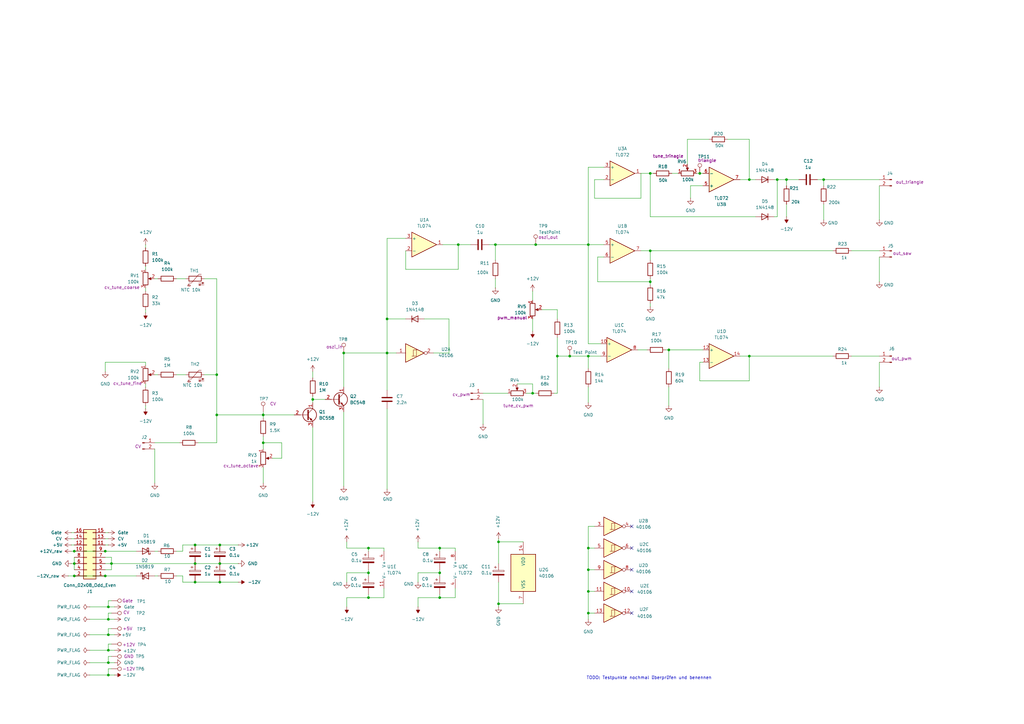
<source format=kicad_sch>
(kicad_sch (version 20250114) (generator "eeschema") (generator_version "9.0")
  (paper "A3")
  (lib_symbols
    (symbol "4xxx:40106" (pin_names (offset 1.016))
      (property "Reference" "U" (at 0 1.27 0))
      (property "Value" "40106" (at 0 -1.27 0))
      (symbol "40106_1_0"
        (pin input line (at -7.62 0 0) (length 3.81) (name "~") (number "1"))
        (pin output inverted (at 7.62 0 180) (length 3.81) (name "~") (number "2"))
      )
      (symbol "40106_2_0"
        (pin input line (at -7.62 0 0) (length 3.81) (name "~") (number "3"))
        (pin output inverted (at 7.62 0 180) (length 3.81) (name "~") (number "4"))
      )
      (symbol "40106_3_0"
        (pin input line (at -7.62 0 0) (length 3.81) (name "~") (number "5"))
        (pin output inverted (at 7.62 0 180) (length 3.81) (name "~") (number "6"))
      )
      (symbol "40106_4_0"
        (pin input line (at -7.62 0 0) (length 3.81) (name "~") (number "9"))
        (pin output inverted (at 7.62 0 180) (length 3.81) (name "~") (number "8"))
      )
      (symbol "40106_5_0"
        (pin input line (at -7.62 0 0) (length 3.81) (name "~") (number "11"))
        (pin output inverted (at 7.62 0 180) (length 3.81) (name "~") (number "10"))
      )
      (symbol "40106_6_0"
        (pin input line (at -7.62 0 0) (length 3.81) (name "~") (number "13"))
        (pin output inverted (at 7.62 0 180) (length 3.81) (name "~") (number "12"))
      )
      (symbol "40106_7_0"
        (pin power_in line (at 0 12.7 270) (length 5.08) (name "VDD") (number "14"))
        (pin power_in line (at 0 -12.7 90) (length 5.08) (name "VSS") (number "7"))
      )
    )
    (symbol "Amplifier_Operational:TL072" (pin_names (offset 0.127))
      (property "Reference" "U" (at 0 5.08 0))
      (property "Value" "TL072" (at 0 -5.08 0))
      (symbol "TL072_1_1"
        (pin input line (at -7.62 2.54 0) (length 2.54) (name "+") (number "3"))
        (pin input line (at -7.62 -2.54 0) (length 2.54) (name "-") (number "2"))
        (pin output line (at 7.62 0 180) (length 2.54) (name "~") (number "1"))
      )
      (symbol "TL072_2_1"
        (pin input line (at -7.62 2.54 0) (length 2.54) (name "+") (number "5"))
        (pin input line (at -7.62 -2.54 0) (length 2.54) (name "-") (number "6"))
        (pin output line (at 7.62 0 180) (length 2.54) (name "~") (number "7"))
      )
      (symbol "TL072_3_1"
        (pin power_in line (at -2.54 7.62 270) (length 3.81) (name "V+") (number "8"))
        (pin power_in line (at -2.54 -7.62 90) (length 3.81) (name "V-") (number "4"))
      )
    )
    (symbol "Amplifier_Operational:TL074" (pin_names (offset 0.127))
      (property "Reference" "U" (at 0 5.08 0))
      (property "Value" "TL074" (at 0 -5.08 0))
      (symbol "TL074_1_1"
        (pin input line (at -7.62 2.54 0) (length 2.54) (name "+") (number "3"))
        (pin input line (at -7.62 -2.54 0) (length 2.54) (name "-") (number "2"))
        (pin output line (at 7.62 0 180) (length 2.54) (name "~") (number "1"))
      )
      (symbol "TL074_2_1"
        (pin input line (at -7.62 2.54 0) (length 2.54) (name "+") (number "5"))
        (pin input line (at -7.62 -2.54 0) (length 2.54) (name "-") (number "6"))
        (pin output line (at 7.62 0 180) (length 2.54) (name "~") (number "7"))
      )
      (symbol "TL074_3_1"
        (pin input line (at -7.62 2.54 0) (length 2.54) (name "+") (number "10"))
        (pin input line (at -7.62 -2.54 0) (length 2.54) (name "-") (number "9"))
        (pin output line (at 7.62 0 180) (length 2.54) (name "~") (number "8"))
      )
      (symbol "TL074_4_1"
        (pin input line (at -7.62 2.54 0) (length 2.54) (name "+") (number "12"))
        (pin input line (at -7.62 -2.54 0) (length 2.54) (name "-") (number "13"))
        (pin output line (at 7.62 0 180) (length 2.54) (name "~") (number "14"))
      )
      (symbol "TL074_5_1"
        (pin power_in line (at -2.54 7.62 270) (length 3.81) (name "V+") (number "4"))
        (pin power_in line (at -2.54 -7.62 90) (length 3.81) (name "V-") (number "11"))
      )
    )
    (symbol "Connector:Conn_01x02_Pin" (pin_names (offset 1.016) (hide yes))
      (property "Reference" "J" (at 0 2.54 0))
      (property "Value" "Conn_01x02_Pin" (at 0 -5.08 0))
      (symbol "Conn_01x02_Pin_1_1"
        (pin passive line (at 5.08 0 180) (length 3.81) (name "Pin_1") (number "1"))
        (pin passive line (at 5.08 -2.54 180) (length 3.81) (name "Pin_2") (number "2"))
      )
    )
    (symbol "Connector:TestPoint" (pin_numbers (hide yes)) (pin_names (offset 0.762) (hide yes))
      (property "Reference" "TP" (at 0 6.858 0))
      (property "Value" "TestPoint" (at 0 5.08 0))
      (symbol "TestPoint_1_1"
        (pin passive line (at 0 0 90) (length 2.54) (name "1") (number "1"))
      )
    )
    (symbol "Connector_Generic:Conn_02x08_Odd_Even" (pin_names (offset 1.016) (hide yes))
      (property "Reference" "J" (at 1.27 10.16 0))
      (property "Value" "Conn_02x08_Odd_Even" (at 1.27 -12.7 0))
      (symbol "Conn_02x08_Odd_Even_1_1"
        (pin passive line (at -5.08 7.62 0) (length 3.81) (name "Pin_1") (number "1"))
        (pin passive line (at -5.08 5.08 0) (length 3.81) (name "Pin_3") (number "3"))
        (pin passive line (at -5.08 2.54 0) (length 3.81) (name "Pin_5") (number "5"))
        (pin passive line (at -5.08 0 0) (length 3.81) (name "Pin_7") (number "7"))
        (pin passive line (at -5.08 -2.54 0) (length 3.81) (name "Pin_9") (number "9"))
        (pin passive line (at -5.08 -5.08 0) (length 3.81) (name "Pin_11") (number "11"))
        (pin passive line (at -5.08 -7.62 0) (length 3.81) (name "Pin_13") (number "13"))
        (pin passive line (at -5.08 -10.16 0) (length 3.81) (name "Pin_15") (number "15"))
        (pin passive line (at 7.62 7.62 180) (length 3.81) (name "Pin_2") (number "2"))
        (pin passive line (at 7.62 5.08 180) (length 3.81) (name "Pin_4") (number "4"))
        (pin passive line (at 7.62 2.54 180) (length 3.81) (name "Pin_6") (number "6"))
        (pin passive line (at 7.62 0 180) (length 3.81) (name "Pin_8") (number "8"))
        (pin passive line (at 7.62 -2.54 180) (length 3.81) (name "Pin_10") (number "10"))
        (pin passive line (at 7.62 -5.08 180) (length 3.81) (name "Pin_12") (number "12"))
        (pin passive line (at 7.62 -7.62 180) (length 3.81) (name "Pin_14") (number "14"))
        (pin passive line (at 7.62 -10.16 180) (length 3.81) (name "Pin_16") (number "16"))
      )
    )
    (symbol "Device:C" (pin_numbers (hide yes)) (pin_names (offset 0.254))
      (property "Reference" "C" (at 0.635 2.54 0))
      (property "Value" "C" (at 0.635 -2.54 0))
      (symbol "C_1_1"
        (pin passive line (at 0 3.81 270) (length 2.794) (name "~") (number "1"))
        (pin passive line (at 0 -3.81 90) (length 2.794) (name "~") (number "2"))
      )
    )
    (symbol "Device:C_Polarized" (pin_numbers (hide yes)) (pin_names (offset 0.254))
      (property "Reference" "C" (at 0.635 2.54 0))
      (property "Value" "C_Polarized" (at 0.635 -2.54 0))
      (symbol "C_Polarized_1_1"
        (pin passive line (at 0 3.81 270) (length 2.794) (name "~") (number "1"))
        (pin passive line (at 0 -3.81 90) (length 2.794) (name "~") (number "2"))
      )
    )
    (symbol "Device:R" (pin_numbers (hide yes)) (pin_names (offset 0))
      (property "Reference" "R" (at 2.032 0 90))
      (property "Value" "R" (at 0 0 90))
      (symbol "R_1_1"
        (pin passive line (at 0 3.81 270) (length 1.27) (name "~") (number "1"))
        (pin passive line (at 0 -3.81 90) (length 1.27) (name "~") (number "2"))
      )
    )
    (symbol "Device:R_Potentiometer" (pin_names (offset 1.016) (hide yes))
      (property "Reference" "RV" (at -4.445 0 90))
      (property "Value" "R_Potentiometer" (at -2.54 0 90))
      (symbol "R_Potentiometer_1_1"
        (pin passive line (at 0 3.81 270) (length 1.27) (name "1") (number "1"))
        (pin passive line (at 0 -3.81 90) (length 1.27) (name "3") (number "3"))
        (pin passive line (at 3.81 0 180) (length 1.27) (name "2") (number "2"))
      )
    )
    (symbol "Device:Thermistor_NTC" (pin_numbers (hide yes)) (pin_names (offset 0))
      (property "Reference" "TH" (at -4.445 0 90))
      (property "Value" "Thermistor_NTC" (at 3.175 0 90))
      (symbol "Thermistor_NTC_1_1"
        (pin passive line (at 0 3.81 270) (length 1.27) (name "~") (number "1"))
        (pin passive line (at 0 -3.81 90) (length 1.27) (name "~") (number "2"))
      )
    )
    (symbol "Diode:1N4148" (pin_numbers (hide yes)) (pin_names (hide yes))
      (property "Reference" "D" (at 0 2.54 0))
      (property "Value" "1N4148" (at 0 -2.54 0))
      (symbol "1N4148_1_1"
        (pin passive line (at -3.81 0 0) (length 2.54) (name "K") (number "1"))
        (pin passive line (at 3.81 0 180) (length 2.54) (name "A") (number "2"))
      )
    )
    (symbol "Diode:1N5819" (pin_numbers (hide yes)) (pin_names (offset 1.016) (hide yes))
      (property "Reference" "D" (at 0 2.54 0))
      (property "Value" "1N5819" (at 0 -2.54 0))
      (symbol "1N5819_1_1"
        (pin passive line (at -3.81 0 0) (length 2.54) (name "K") (number "1"))
        (pin passive line (at 3.81 0 180) (length 2.54) (name "A") (number "2"))
      )
    )
    (symbol "Transistor_BJT:BC548" (pin_names (offset 0) (hide yes))
      (property "Reference" "Q" (at 5.08 1.905 0))
      (property "Value" "BC548" (at 5.08 0 0))
      (symbol "BC548_1_1"
        (pin input line (at -5.08 0 0) (length 2.54) (name "B") (number "2"))
        (pin passive line (at 2.54 5.08 270) (length 2.54) (name "C") (number "1"))
        (pin passive line (at 2.54 -5.08 90) (length 2.54) (name "E") (number "3"))
      )
    )
    (symbol "Transistor_BJT:BC558" (pin_names (offset 0) (hide yes))
      (property "Reference" "Q" (at 5.08 1.905 0))
      (property "Value" "BC558" (at 5.08 0 0))
      (symbol "BC558_1_1"
        (pin input line (at -5.08 0 0) (length 2.54) (name "B") (number "2"))
        (pin passive line (at 2.54 5.08 270) (length 2.54) (name "C") (number "1"))
        (pin passive line (at 2.54 -5.08 90) (length 2.54) (name "E") (number "3"))
      )
    )
    (symbol "power:+12V" (power) (pin_numbers (hide yes)) (pin_names (offset 0) (hide yes))
      (property "Value" "+12V" (at 0 3.556 0))
      (symbol "+12V_1_1"
        (pin power_in line (at 0 0 90) (length 0) (name "~") (number "1"))
      )
    )
    (symbol "power:+1V0" (power) (pin_numbers (hide yes)) (pin_names (offset 0) (hide yes))
      (property "Value" "+1V0" (at 0 3.556 0))
      (symbol "+1V0_1_1"
        (pin power_in line (at 0 0 90) (length 0) (name "~") (number "1"))
      )
    )
    (symbol "power:+5V" (power) (pin_numbers (hide yes)) (pin_names (offset 0) (hide yes))
      (property "Value" "+5V" (at 0 3.556 0))
      (symbol "+5V_1_1"
        (pin power_in line (at 0 0 90) (length 0) (name "~") (number "1"))
      )
    )
    (symbol "power:-12V" (power) (pin_numbers (hide yes)) (pin_names (offset 0) (hide yes))
      (property "Value" "-12V" (at 0 3.556 0))
      (symbol "-12V_0_0"
        (pin power_in line (at 0 0 90) (length 0) (name "~") (number "1"))
      )
    )
    (symbol "power:GND" (power) (pin_numbers (hide yes)) (pin_names (offset 0) (hide yes))
      (property "Value" "GND" (at 0 -3.81 0))
      (symbol "GND_1_1"
        (pin power_in line (at 0 0 270) (length 0) (name "~") (number "1"))
      )
    )
    (symbol "power:PWR_FLAG" (power) (pin_numbers (hide yes)) (pin_names (offset 0) (hide yes))
      (property "Value" "PWR_FLAG" (at 0 3.81 0))
      (symbol "PWR_FLAG_0_0"
        (pin power_out line (at 0 0 90) (length 0) (name "~") (number "1"))
      )
    )
  )
  (text "TODO: Testpunkte nochmal überprüfen und benennen\n" (at 240.538 278.13 0) (effects (font (size 1.27 1.27)) (justify left)))
  (junction (at 107.95 181.61))
  (junction (at 151.13 234.95))
  (junction (at 30.48 231.14))
  (junction (at 44.45 276.86))
  (junction (at 158.75 130.81))
  (junction (at 204.47 247.65))
  (junction (at 266.7 71.12))
  (junction (at 90.17 238.76))
  (junction (at 180.34 245.11))
  (junction (at 204.47 222.25))
  (junction (at 266.7 115.57))
  (junction (at 80.01 238.76))
  (junction (at 180.34 224.79))
  (junction (at 80.01 231.14))
  (junction (at 80.01 223.52))
  (junction (at 151.13 224.79))
  (junction (at 241.3 251.46))
  (junction (at 45.72 231.14))
  (junction (at 203.2 100.33))
  (junction (at 151.13 245.11))
  (junction (at 241.3 233.68))
  (junction (at 140.97 144.78))
  (junction (at 241.3 100.33))
  (junction (at 228.6 146.05))
  (junction (at 44.45 260.35))
  (junction (at 187.96 100.33))
  (junction (at 43.18 236.22))
  (junction (at 88.9 170.18))
  (junction (at 241.3 146.05))
  (junction (at 322.58 73.66))
  (junction (at 44.45 266.7))
  (junction (at 44.45 271.78))
  (junction (at 307.34 73.66))
  (junction (at 219.71 100.33))
  (junction (at 88.9 153.67))
  (junction (at 318.77 73.66))
  (junction (at 30.48 226.06))
  (junction (at 233.68 146.05))
  (junction (at 90.17 231.14))
  (junction (at 107.95 170.18))
  (junction (at 287.02 71.12))
  (junction (at 307.34 146.05))
  (junction (at 30.48 236.22))
  (junction (at 44.45 248.92))
  (junction (at 44.45 254))
  (junction (at 43.18 226.06))
  (junction (at 241.3 224.79))
  (junction (at 274.32 143.51))
  (junction (at 337.82 73.66))
  (junction (at 90.17 223.52))
  (junction (at 128.27 163.83))
  (junction (at 218.44 161.29))
  (junction (at 180.34 234.95))
  (junction (at 158.75 144.78))
  (junction (at 241.3 242.57))
  (junction (at 266.7 102.87))
  (no_connect (at 259.08 242.57))
  (no_connect (at 259.08 233.68))
  (no_connect (at 259.08 224.79))
  (no_connect (at 259.08 215.9))
  (no_connect (at 259.08 251.46))
  (wire (pts (xy 266.7 71.12) (xy 266.7 88.9)))
  (wire (pts (xy 287.02 148.59) (xy 288.29 148.59)))
  (wire (pts (xy 151.13 243.84) (xy 151.13 245.11)))
  (wire (pts (xy 335.28 73.66) (xy 337.82 73.66)))
  (wire (pts (xy 44.45 220.98) (xy 43.18 220.98)))
  (wire (pts (xy 80.01 223.52) (xy 90.17 223.52)))
  (wire (pts (xy 241.3 233.68) (xy 243.84 233.68)))
  (wire (pts (xy 44.45 269.24) (xy 44.45 271.78)))
  (wire (pts (xy 72.39 114.3) (xy 76.2 114.3)))
  (wire (pts (xy 262.89 71.12) (xy 262.89 81.28)))
  (wire (pts (xy 266.7 102.87) (xy 341.63 102.87)))
  (wire (pts (xy 63.5 184.15) (xy 63.5 198.12)))
  (wire (pts (xy 262.89 102.87) (xy 266.7 102.87)))
  (wire (pts (xy 30.48 228.6) (xy 30.48 231.14)))
  (wire (pts (xy 29.21 223.52) (xy 30.48 223.52)))
  (wire (pts (xy 90.17 223.52) (xy 97.79 223.52)))
  (wire (pts (xy 142.24 245.11) (xy 151.13 245.11)))
  (wire (pts (xy 184.15 130.81) (xy 184.15 144.78)))
  (wire (pts (xy 274.32 158.75) (xy 274.32 166.37)))
  (wire (pts (xy 303.53 73.66) (xy 307.34 73.66)))
  (wire (pts (xy 72.39 236.22) (xy 74.93 236.22)))
  (wire (pts (xy 228.6 127) (xy 228.6 130.81)))
  (wire (pts (xy 107.95 181.61) (xy 115.57 181.61)))
  (wire (pts (xy 241.3 146.05) (xy 246.38 146.05)))
  (wire (pts (xy 241.3 242.57) (xy 243.84 242.57)))
  (wire (pts (xy 266.7 71.12) (xy 267.97 71.12)))
  (wire (pts (xy 245.11 115.57) (xy 245.11 105.41)))
  (wire (pts (xy 43.18 233.68) (xy 45.72 233.68)))
  (wire (pts (xy 203.2 100.33) (xy 219.71 100.33)))
  (wire (pts (xy 177.8 144.78) (xy 184.15 144.78)))
  (wire (pts (xy 266.7 88.9) (xy 309.88 88.9)))
  (wire (pts (xy 166.37 102.87) (xy 166.37 110.49)))
  (wire (pts (xy 36.83 266.7) (xy 44.45 266.7)))
  (wire (pts (xy 180.34 245.11) (xy 186.69 245.11)))
  (wire (pts (xy 151.13 226.06) (xy 151.13 224.79)))
  (wire (pts (xy 281.94 67.31) (xy 281.94 57.15)))
  (wire (pts (xy 243.84 73.66) (xy 247.65 73.66)))
  (wire (pts (xy 72.39 226.06) (xy 74.93 226.06)))
  (wire (pts (xy 307.34 73.66) (xy 309.88 73.66)))
  (wire (pts (xy 218.44 157.48) (xy 218.44 161.29)))
  (wire (pts (xy 349.25 102.87) (xy 360.68 102.87)))
  (wire (pts (xy 283.21 81.28) (xy 283.21 76.2)))
  (wire (pts (xy 200.66 100.33) (xy 203.2 100.33)))
  (wire (pts (xy 29.21 226.06) (xy 30.48 226.06)))
  (wire (pts (xy 30.48 233.68) (xy 30.48 231.14)))
  (wire (pts (xy 30.48 236.22) (xy 43.18 236.22)))
  (wire (pts (xy 44.45 276.86) (xy 46.99 276.86)))
  (wire (pts (xy 318.77 73.66) (xy 322.58 73.66)))
  (wire (pts (xy 36.83 271.78) (xy 44.45 271.78)))
  (wire (pts (xy 44.45 248.92) (xy 46.99 248.92)))
  (wire (pts (xy 287.02 156.21) (xy 307.34 156.21)))
  (wire (pts (xy 151.13 224.79) (xy 157.48 224.79)))
  (wire (pts (xy 360.68 105.41) (xy 360.68 115.57)))
  (wire (pts (xy 44.45 254) (xy 46.99 254)))
  (wire (pts (xy 90.17 231.14) (xy 97.79 231.14)))
  (wire (pts (xy 88.9 170.18) (xy 107.95 170.18)))
  (wire (pts (xy 29.21 220.98) (xy 30.48 220.98)))
  (wire (pts (xy 59.69 157.48) (xy 59.69 158.75)))
  (wire (pts (xy 241.3 158.75) (xy 241.3 165.1)))
  (wire (pts (xy 107.95 191.77) (xy 107.95 198.12)))
  (wire (pts (xy 243.84 215.9) (xy 241.3 215.9)))
  (wire (pts (xy 241.3 100.33) (xy 247.65 100.33)))
  (wire (pts (xy 204.47 222.25) (xy 204.47 231.14)))
  (wire (pts (xy 307.34 146.05) (xy 341.63 146.05)))
  (wire (pts (xy 43.18 228.6) (xy 45.72 228.6)))
  (wire (pts (xy 142.24 222.25) (xy 142.24 224.79)))
  (wire (pts (xy 44.45 264.16) (xy 45.72 264.16)))
  (wire (pts (xy 360.68 76.2) (xy 360.68 90.17)))
  (wire (pts (xy 158.75 130.81) (xy 166.37 130.81)))
  (wire (pts (xy 63.5 226.06) (xy 64.77 226.06)))
  (wire (pts (xy 115.57 181.61) (xy 115.57 187.96)))
  (wire (pts (xy 63.5 181.61) (xy 73.66 181.61)))
  (wire (pts (xy 43.18 223.52) (xy 44.45 223.52)))
  (wire (pts (xy 36.83 276.86) (xy 44.45 276.86)))
  (wire (pts (xy 80.01 238.76) (xy 90.17 238.76)))
  (wire (pts (xy 317.5 73.66) (xy 318.77 73.66)))
  (wire (pts (xy 151.13 233.68) (xy 151.13 234.95)))
  (wire (pts (xy 241.3 233.68) (xy 241.3 242.57)))
  (wire (pts (xy 215.9 161.29) (xy 218.44 161.29)))
  (wire (pts (xy 142.24 224.79) (xy 151.13 224.79)))
  (wire (pts (xy 218.44 130.81) (xy 218.44 135.89)))
  (wire (pts (xy 107.95 170.18) (xy 107.95 171.45)))
  (wire (pts (xy 198.12 163.83) (xy 198.12 173.99)))
  (wire (pts (xy 266.7 124.46) (xy 266.7 125.73)))
  (wire (pts (xy 228.6 138.43) (xy 228.6 146.05)))
  (wire (pts (xy 128.27 152.4) (xy 128.27 154.94)))
  (wire (pts (xy 83.82 114.3) (xy 88.9 114.3)))
  (wire (pts (xy 219.71 100.33) (xy 241.3 100.33)))
  (wire (pts (xy 228.6 146.05) (xy 233.68 146.05)))
  (wire (pts (xy 287.02 71.12) (xy 288.29 71.12)))
  (wire (pts (xy 44.45 257.81) (xy 44.45 260.35)))
  (wire (pts (xy 142.24 248.92) (xy 142.24 245.11)))
  (wire (pts (xy 204.47 220.98) (xy 204.47 222.25)))
  (wire (pts (xy 266.7 115.57) (xy 266.7 116.84)))
  (wire (pts (xy 128.27 163.83) (xy 128.27 165.1)))
  (wire (pts (xy 59.69 118.11) (xy 59.69 119.38)))
  (wire (pts (xy 241.3 140.97) (xy 246.38 140.97)))
  (wire (pts (xy 317.5 88.9) (xy 318.77 88.9)))
  (wire (pts (xy 74.93 223.52) (xy 80.01 223.52)))
  (wire (pts (xy 63.5 153.67) (xy 64.77 153.67)))
  (wire (pts (xy 44.45 246.38) (xy 45.72 246.38)))
  (wire (pts (xy 142.24 238.76) (xy 142.24 234.95)))
  (wire (pts (xy 303.53 146.05) (xy 307.34 146.05)))
  (wire (pts (xy 186.69 241.3) (xy 186.69 245.11)))
  (wire (pts (xy 166.37 110.49) (xy 187.96 110.49)))
  (wire (pts (xy 318.77 73.66) (xy 318.77 88.9)))
  (wire (pts (xy 90.17 238.76) (xy 97.79 238.76)))
  (wire (pts (xy 171.45 238.76) (xy 171.45 234.95)))
  (wire (pts (xy 262.89 71.12) (xy 266.7 71.12)))
  (wire (pts (xy 241.3 146.05) (xy 241.3 151.13)))
  (wire (pts (xy 307.34 146.05) (xy 307.34 156.21)))
  (wire (pts (xy 107.95 181.61) (xy 107.95 184.15)))
  (wire (pts (xy 171.45 248.92) (xy 171.45 245.11)))
  (wire (pts (xy 203.2 100.33) (xy 203.2 106.68)))
  (wire (pts (xy 158.75 130.81) (xy 158.75 97.79)))
  (wire (pts (xy 88.9 114.3) (xy 88.9 153.67)))
  (wire (pts (xy 88.9 170.18) (xy 88.9 181.61)))
  (wire (pts (xy 187.96 110.49) (xy 187.96 100.33)))
  (wire (pts (xy 157.48 245.11) (xy 157.48 241.3)))
  (wire (pts (xy 59.69 166.37) (xy 59.69 167.64)))
  (wire (pts (xy 43.18 148.59) (xy 59.69 148.59)))
  (wire (pts (xy 45.72 231.14) (xy 80.01 231.14)))
  (wire (pts (xy 43.18 231.14) (xy 45.72 231.14)))
  (wire (pts (xy 180.34 243.84) (xy 180.34 245.11)))
  (wire (pts (xy 81.28 181.61) (xy 88.9 181.61)))
  (wire (pts (xy 44.45 271.78) (xy 46.99 271.78)))
  (wire (pts (xy 275.59 71.12) (xy 278.13 71.12)))
  (wire (pts (xy 241.3 215.9) (xy 241.3 224.79)))
  (wire (pts (xy 204.47 248.92) (xy 204.47 247.65)))
  (wire (pts (xy 88.9 153.67) (xy 88.9 170.18)))
  (wire (pts (xy 337.82 73.66) (xy 360.68 73.66)))
  (wire (pts (xy 212.09 157.48) (xy 218.44 157.48)))
  (wire (pts (xy 171.45 224.79) (xy 180.34 224.79)))
  (wire (pts (xy 349.25 146.05) (xy 360.68 146.05)))
  (wire (pts (xy 140.97 144.78) (xy 158.75 144.78)))
  (wire (pts (xy 63.5 236.22) (xy 64.77 236.22)))
  (wire (pts (xy 273.05 143.51) (xy 274.32 143.51)))
  (wire (pts (xy 241.3 68.58) (xy 247.65 68.58)))
  (wire (pts (xy 74.93 238.76) (xy 80.01 238.76)))
  (wire (pts (xy 158.75 144.78) (xy 158.75 160.02)))
  (wire (pts (xy 30.48 226.06) (xy 43.18 226.06)))
  (wire (pts (xy 142.24 234.95) (xy 151.13 234.95)))
  (wire (pts (xy 233.68 146.05) (xy 241.3 146.05)))
  (wire (pts (xy 44.45 257.81) (xy 45.72 257.81)))
  (wire (pts (xy 43.18 236.22) (xy 55.88 236.22)))
  (wire (pts (xy 74.93 226.06) (xy 74.93 223.52)))
  (wire (pts (xy 83.82 153.67) (xy 88.9 153.67)))
  (wire (pts (xy 171.45 234.95) (xy 180.34 234.95)))
  (wire (pts (xy 72.39 153.67) (xy 76.2 153.67)))
  (wire (pts (xy 274.32 143.51) (xy 274.32 151.13)))
  (wire (pts (xy 180.34 233.68) (xy 180.34 234.95)))
  (wire (pts (xy 274.32 143.51) (xy 288.29 143.51)))
  (wire (pts (xy 187.96 100.33) (xy 193.04 100.33)))
  (wire (pts (xy 158.75 144.78) (xy 158.75 130.81)))
  (wire (pts (xy 140.97 168.91) (xy 140.97 199.39)))
  (wire (pts (xy 180.34 234.95) (xy 180.34 236.22)))
  (wire (pts (xy 59.69 100.33) (xy 59.69 101.6)))
  (wire (pts (xy 44.45 246.38) (xy 44.45 248.92)))
  (wire (pts (xy 241.3 224.79) (xy 241.3 233.68)))
  (wire (pts (xy 245.11 105.41) (xy 247.65 105.41)))
  (wire (pts (xy 227.33 161.29) (xy 228.6 161.29)))
  (wire (pts (xy 307.34 57.15) (xy 307.34 73.66)))
  (wire (pts (xy 29.21 231.14) (xy 30.48 231.14)))
  (wire (pts (xy 337.82 73.66) (xy 337.82 76.2)))
  (wire (pts (xy 204.47 247.65) (xy 214.63 247.65)))
  (wire (pts (xy 151.13 245.11) (xy 157.48 245.11)))
  (wire (pts (xy 59.69 148.59) (xy 59.69 149.86)))
  (wire (pts (xy 43.18 152.4) (xy 43.18 148.59)))
  (wire (pts (xy 44.45 251.46) (xy 44.45 254)))
  (wire (pts (xy 151.13 234.95) (xy 151.13 236.22)))
  (wire (pts (xy 241.3 224.79) (xy 243.84 224.79)))
  (wire (pts (xy 140.97 158.75) (xy 140.97 144.78)))
  (wire (pts (xy 80.01 231.14) (xy 90.17 231.14)))
  (wire (pts (xy 171.45 245.11) (xy 180.34 245.11)))
  (wire (pts (xy 158.75 144.78) (xy 162.56 144.78)))
  (wire (pts (xy 337.82 83.82) (xy 337.82 90.17)))
  (wire (pts (xy 45.72 233.68) (xy 45.72 231.14)))
  (wire (pts (xy 218.44 119.38) (xy 218.44 123.19)))
  (wire (pts (xy 322.58 73.66) (xy 322.58 76.2)))
  (wire (pts (xy 241.3 100.33) (xy 241.3 140.97)))
  (wire (pts (xy 266.7 114.3) (xy 266.7 115.57)))
  (wire (pts (xy 158.75 167.64) (xy 158.75 200.66)))
  (wire (pts (xy 266.7 102.87) (xy 266.7 106.68)))
  (wire (pts (xy 36.83 248.92) (xy 44.45 248.92)))
  (wire (pts (xy 43.18 226.06) (xy 55.88 226.06)))
  (wire (pts (xy 222.25 127) (xy 228.6 127)))
  (wire (pts (xy 107.95 170.18) (xy 120.65 170.18)))
  (wire (pts (xy 266.7 115.57) (xy 245.11 115.57)))
  (wire (pts (xy 59.69 109.22) (xy 59.69 110.49)))
  (wire (pts (xy 261.62 143.51) (xy 265.43 143.51)))
  (wire (pts (xy 158.75 97.79) (xy 166.37 97.79)))
  (wire (pts (xy 157.48 224.79) (xy 157.48 226.06)))
  (wire (pts (xy 322.58 83.82) (xy 322.58 88.9)))
  (wire (pts (xy 322.58 73.66) (xy 327.66 73.66)))
  (wire (pts (xy 218.44 161.29) (xy 219.71 161.29)))
  (wire (pts (xy 360.68 148.59) (xy 360.68 158.75)))
  (wire (pts (xy 186.69 224.79) (xy 186.69 226.06)))
  (wire (pts (xy 44.45 260.35) (xy 46.99 260.35)))
  (wire (pts (xy 63.5 114.3) (xy 64.77 114.3)))
  (wire (pts (xy 241.3 251.46) (xy 243.84 251.46)))
  (wire (pts (xy 111.76 187.96) (xy 115.57 187.96)))
  (wire (pts (xy 243.84 81.28) (xy 243.84 73.66)))
  (wire (pts (xy 228.6 161.29) (xy 228.6 146.05)))
  (wire (pts (xy 107.95 168.91) (xy 107.95 170.18)))
  (wire (pts (xy 241.3 242.57) (xy 241.3 251.46)))
  (wire (pts (xy 59.69 127) (xy 59.69 128.27)))
  (wire (pts (xy 36.83 254) (xy 44.45 254)))
  (wire (pts (xy 180.34 224.79) (xy 186.69 224.79)))
  (wire (pts (xy 44.45 264.16) (xy 44.45 266.7)))
  (wire (pts (xy 36.83 260.35) (xy 44.45 260.35)))
  (wire (pts (xy 180.34 226.06) (xy 180.34 224.79)))
  (wire (pts (xy 241.3 251.46) (xy 241.3 254)))
  (wire (pts (xy 128.27 163.83) (xy 133.35 163.83)))
  (wire (pts (xy 204.47 222.25) (xy 214.63 222.25)))
  (wire (pts (xy 128.27 175.26) (xy 128.27 205.74)))
  (wire (pts (xy 173.99 130.81) (xy 184.15 130.81)))
  (wire (pts (xy 287.02 148.59) (xy 287.02 156.21)))
  (wire (pts (xy 74.93 236.22) (xy 74.93 238.76)))
  (wire (pts (xy 262.89 81.28) (xy 243.84 81.28)))
  (wire (pts (xy 198.12 161.29) (xy 208.28 161.29)))
  (wire (pts (xy 128.27 162.56) (xy 128.27 163.83)))
  (wire (pts (xy 44.45 269.24) (xy 45.72 269.24)))
  (wire (pts (xy 203.2 114.3) (xy 203.2 118.11)))
  (wire (pts (xy 29.21 218.44) (xy 30.48 218.44)))
  (wire (pts (xy 298.45 57.15) (xy 307.34 57.15)))
  (wire (pts (xy 181.61 100.33) (xy 187.96 100.33)))
  (wire (pts (xy 285.75 71.12) (xy 287.02 71.12)))
  (wire (pts (xy 283.21 76.2) (xy 288.29 76.2)))
  (wire (pts (xy 44.45 274.32) (xy 44.45 276.86)))
  (wire (pts (xy 107.95 179.07) (xy 107.95 181.61)))
  (wire (pts (xy 44.45 266.7) (xy 46.99 266.7)))
  (wire (pts (xy 44.45 251.46) (xy 45.72 251.46)))
  (wire (pts (xy 45.72 228.6) (xy 45.72 231.14)))
  (wire (pts (xy 204.47 238.76) (xy 204.47 247.65)))
  (wire (pts (xy 171.45 222.25) (xy 171.45 224.79)))
  (wire (pts (xy 241.3 68.58) (xy 241.3 100.33)))
  (wire (pts (xy 43.18 218.44) (xy 44.45 218.44)))
  (wire (pts (xy 27.94 236.22) (xy 30.48 236.22)))
  (wire (pts (xy 45.72 274.32) (xy 44.45 274.32)))
  (wire (pts (xy 281.94 57.15) (xy 290.83 57.15)))
  (symbol (lib_id "power:+5V") (at 27.94 236.22 90) (mirror x) (unit 1)
    (property "Reference" "#PWR01" (effects (hide yes)))
    (property "Value" "-12V_raw" (at 24.384 236.22 90) (effects (justify left)))
    (property "Description" "Power symbol creates a global label with name \"+5V\"" (effects (hide yes)))
  )
  (symbol (lib_id "Diode:1N5819") (at 59.69 236.22 0) (unit 1)
    (property "Reference" "D2" (at 59.3725 229.87 0))
    (property "Value" "1N5819" (at 59.3725 232.41 0))
    (property "Footprint" "Diode_THT:D_DO-41_SOD81_P10.16mm_Horizontal" (effects (hide yes)))
    (property "Datasheet" "http://www.vishay.com/docs/88525/1n5817.pdf" (effects (hide yes)))
    (property "Description" "40V 1A Schottky Barrier Rectifier Diode, DO-41" (effects (hide yes)))
  )
  (symbol (lib_id "4xxx:40106") (at 251.46 224.79 0) (unit 3)
    (property "Reference" "U2" (at 264.16 223.266 0))
    (property "Value" "40106" (at 264.16 225.806 0))
    (property "Footprint" "Package_DIP:DIP-14_W7.62mm_Socket" (effects (hide yes)))
    (property "Datasheet" "https://assets.nexperia.com/documents/data-sheet/HEF40106B.pdf" (effects (hide yes)))
    (property "Description" "Hex Schmitt trigger inverter" (effects (hide yes)))
  )
  (symbol (lib_id "Connector_Generic:Conn_02x08_Odd_Even") (at 38.1 228.6 180) (unit 1)
    (property "Reference" "J1" (at 36.83 242.57 0))
    (property "Value" "Conn_02x08_Odd_Even" (at 36.83 240.03 0))
    (property "Footprint" "Connector_IDC:IDC-Header_2x08_P2.54mm_Vertical" (effects (hide yes)))
    (property "Description" "Generic connector, double row, 02x08, odd/even pin numbering scheme (row 1 odd numbers, row 2 even numbers), script generated (kicad-library-utils/schlib/autogen/connector/)" (effects (hide yes)))
  )
  (symbol (lib_id "power:+12V") (at 59.69 100.33 0) (unit 1)
    (property "Reference" "#PWR017" (effects (hide yes)))
    (property "Value" "+12V" (at 59.69 95.25 0))
    (property "Description" "Power symbol creates a global label with name \"+12V\"" (effects (hide yes)))
  )
  (symbol (lib_id "4xxx:40106") (at 251.46 233.68 0) (unit 4)
    (property "Reference" "U2" (at 263.906 231.902 0))
    (property "Value" "40106" (at 263.906 234.442 0))
    (property "Footprint" "Package_DIP:DIP-14_W7.62mm_Socket" (effects (hide yes)))
    (property "Datasheet" "https://assets.nexperia.com/documents/data-sheet/HEF40106B.pdf" (effects (hide yes)))
    (property "Description" "Hex Schmitt trigger inverter" (effects (hide yes)))
  )
  (symbol (lib_id "power:GND") (at 97.79 231.14 90) (unit 1)
    (property "Reference" "#PWR022" (effects (hide yes)))
    (property "Value" "GND" (at 101.6 231.14 90) (effects (justify right)))
    (property "Description" "Power symbol creates a global label with name \"GND\" , ground" (effects (hide yes)))
  )
  (symbol (lib_id "power:-12V") (at 97.79 238.76 270) (unit 1)
    (property "Reference" "#PWR023" (effects (hide yes)))
    (property "Value" "-12V" (at 101.6 238.7599 90) (effects (justify left)))
    (property "Description" "Power symbol creates a global label with name \"-12V\"" (effects (hide yes)))
  )
  (symbol (lib_id "Connector:TestPoint") (at 140.97 144.78 0) (unit 1)
    (property "Reference" "TP8" (at 138.938 139.192 0) (effects (justify left)))
    (property "Value" "TestPoint" (effects (hide yes)))
    (property "Footprint" "TestPoint:TestPoint_Pad_D1.5mm" (effects (hide yes)))
    (property "Description" "oszi_in" (at 137.16 142.24 0))
  )
  (symbol (lib_id "power:GND") (at 140.97 199.39 0) (unit 1)
    (property "Reference" "#PWR027" (effects (hide yes)))
    (property "Value" "GND" (at 140.97 204.47 0))
    (property "Description" "Power symbol creates a global label with name \"GND\" , ground" (effects (hide yes)))
  )
  (symbol (lib_id "Device:C_Polarized") (at 151.13 240.03 0) (unit 1)
    (property "Reference" "C6" (at 143.764 237.49 0) (effects (justify left)))
    (property "Value" "0.1u" (at 143.764 240.03 0) (effects (justify left)))
    (property "Footprint" "Capacitor_THT:CP_Radial_D6.3mm_P2.50mm" (effects (hide yes)))
    (property "Description" "Polarized capacitor" (effects (hide yes)))
  )
  (symbol (lib_id "power:-12V") (at 46.99 276.86 270) (unit 1)
    (property "Reference" "#PWR016" (effects (hide yes)))
    (property "Value" "-12V" (at 50.292 276.86 90) (effects (justify left)))
    (property "Description" "Power symbol creates a global label with name \"-12V\"" (effects (hide yes)))
  )
  (symbol (lib_id "power:-12V") (at 128.27 205.74 180) (unit 1)
    (property "Reference" "#PWR026" (effects (hide yes)))
    (property "Value" "-12V" (at 128.27 210.82 0))
    (property "Description" "Power symbol creates a global label with name \"-12V\"" (effects (hide yes)))
  )
  (symbol (lib_id "power:PWR_FLAG") (at 36.83 254 90) (unit 1)
    (property "Reference" "#FLG02" (effects (hide yes)))
    (property "Value" "PWR_FLAG" (at 33.02 253.9999 90) (effects (justify left)))
    (property "Description" "Special symbol for telling ERC where power comes from" (effects (hide yes)))
  )
  (symbol (lib_id "Connector:TestPoint") (at 45.72 257.81 270) (unit 1)
    (property "Reference" "TP3" (at 56.134 258.064 90) (effects (justify left)))
    (property "Value" "Test Point" (effects (hide yes)))
    (property "Footprint" "TestPoint:TestPoint_Pad_D1.5mm" (effects (hide yes)))
    (property "Description" "+5V" (at 52.324 257.81 90))
  )
  (symbol (lib_id "power:GND") (at 241.3 254 0) (unit 1)
    (property "Reference" "#PWR042" (effects (hide yes)))
    (property "Value" "GND" (at 241.3 259.08 0))
    (property "Description" "Power symbol creates a global label with name \"GND\" , ground" (effects (hide yes)))
  )
  (symbol (lib_id "power:GND") (at 283.21 81.28 0) (unit 1)
    (property "Reference" "#PWR045" (effects (hide yes)))
    (property "Value" "GND" (at 283.21 86.36 0))
    (property "Description" "Power symbol creates a global label with name \"GND\" , ground" (effects (hide yes)))
  )
  (symbol (lib_id "power:GND") (at 360.68 158.75 0) (unit 1)
    (property "Reference" "#PWR050" (effects (hide yes)))
    (property "Value" "GND" (at 360.68 163.83 0))
    (property "Description" "Power symbol creates a global label with name \"GND\" , ground" (effects (hide yes)))
  )
  (symbol (lib_id "Device:R") (at 77.47 181.61 90) (unit 1)
    (property "Reference" "R8" (at 77.47 175.26 90))
    (property "Value" "100k" (at 77.47 177.8 90))
    (property "Footprint" "Resistor_THT:R_Axial_DIN0204_L3.6mm_D1.6mm_P7.62mm_Horizontal" (effects (hide yes)))
    (property "Description" "Resistor" (effects (hide yes)))
  )
  (symbol (lib_id "power:+5V") (at 46.99 260.35 270) (unit 1)
    (property "Reference" "#PWR013" (effects (hide yes)))
    (property "Value" "+5V" (at 49.784 260.35 90) (effects (justify left)))
    (property "Description" "Power symbol creates a global label with name \"+5V\"" (effects (hide yes)))
  )
  (symbol (lib_id "Device:R") (at 345.44 102.87 270) (unit 1)
    (property "Reference" "R23" (at 347.472 100.076 90) (effects (justify right)))
    (property "Value" "1k" (at 347.472 105.664 90) (effects (justify right)))
    (property "Footprint" "Resistor_THT:R_Axial_DIN0204_L3.6mm_D1.6mm_P7.62mm_Horizontal" (effects (hide yes)))
    (property "Description" "Resistor" (effects (hide yes)))
  )
  (symbol (lib_id "power:-12V") (at 218.44 135.89 180) (unit 1)
    (property "Reference" "#PWR040" (effects (hide yes)))
    (property "Value" "-12V" (at 218.44 140.97 0))
    (property "Description" "Power symbol creates a global label with name \"-12V\"" (effects (hide yes)))
  )
  (symbol (lib_id "power:GND") (at 46.99 271.78 90) (unit 1)
    (property "Reference" "#PWR015" (effects (hide yes)))
    (property "Value" "GND" (at 50.8 271.78 90) (effects (justify right)))
    (property "Description" "Power symbol creates a global label with name \"GND\" , ground" (effects (hide yes)))
  )
  (symbol (lib_id "power:GND") (at 198.12 173.99 0) (unit 1)
    (property "Reference" "#PWR035" (effects (hide yes)))
    (property "Value" "GND" (at 198.12 179.07 0))
    (property "Description" "Power symbol creates a global label with name \"GND\" , ground" (effects (hide yes)))
  )
  (symbol (lib_id "power:GND") (at 158.75 200.66 0) (unit 1)
    (property "Reference" "#PWR031" (effects (hide yes)))
    (property "Value" "GND" (at 159.004 204.724 0))
    (property "Description" "Power symbol creates a global label with name \"GND\" , ground" (effects (hide yes)))
  )
  (symbol (lib_id "Connector:TestPoint") (at 233.68 146.05 0) (unit 1)
    (property "Reference" "TP10" (at 231.902 140.462 0) (effects (justify left)))
    (property "Value" "Test Point" (at 234.95 144.526 0) (effects (justify left)))
    (property "Footprint" "TestPoint:TestPoint_Pad_D1.5mm" (effects (hide yes)))
    (property "Description" "PWM" (effects (hide yes)))
  )
  (symbol (lib_id "Transistor_BJT:BC558") (at 125.73 170.18 0) (unit 1)
    (property "Reference" "Q1" (at 130.81 168.9099 0) (effects (justify left)))
    (property "Value" "BC558" (at 130.81 171.4499 0) (effects (justify left)))
    (property "Footprint" "Package_TO_SOT_THT:TO-92_Inline" (effects (hide yes)))
    (property "Datasheet" "https://www.onsemi.com/pub/Collateral/BC556BTA-D.pdf" (effects (hide yes)))
    (property "Description" "0.1A Ic, 30V Vce, PNP Small Signal Transistor, TO-92" (effects (hide yes)))
    (property "Sim.Device" "PNP" (effects (hide yes)))
    (property "Sim.Pins" "1=C 2=B 3=E" (effects (hide yes)))
  )
  (symbol (lib_id "Device:C_Polarized") (at 90.17 234.95 0) (unit 1)
    (property "Reference" "C4" (at 93.98 232.7909 0) (effects (justify left)))
    (property "Value" "0.1u" (at 93.98 235.3309 0) (effects (justify left)))
    (property "Footprint" "Capacitor_THT:CP_Radial_D6.3mm_P2.50mm" (effects (hide yes)))
    (property "Description" "Polarized capacitor" (effects (hide yes)))
  )
  (symbol (lib_id "4xxx:40106") (at 251.46 242.57 0) (unit 5)
    (property "Reference" "U2" (at 264.414 240.284 0))
    (property "Value" "40106" (at 264.414 242.824 0))
    (property "Footprint" "Package_DIP:DIP-14_W7.62mm_Socket" (effects (hide yes)))
    (property "Datasheet" "https://assets.nexperia.com/documents/data-sheet/HEF40106B.pdf" (effects (hide yes)))
    (property "Description" "Hex Schmitt trigger inverter" (effects (hide yes)))
  )
  (symbol (lib_id "power:GND") (at 204.47 248.92 0) (unit 1)
    (property "Reference" "#PWR038" (effects (hide yes)))
    (property "Value" "GND" (at 204.47 252.73 90) (effects (justify right)))
    (property "Description" "Power symbol creates a global label with name \"GND\" , ground" (effects (hide yes)))
  )
  (symbol (lib_id "power:GND") (at 337.82 90.17 0) (unit 1)
    (property "Reference" "#PWR047" (effects (hide yes)))
    (property "Value" "GND" (at 341.63 91.44 0))
    (property "Description" "Power symbol creates a global label with name \"GND\" , ground" (effects (hide yes)))
  )
  (symbol (lib_id "Amplifier_Operational:TL072") (at 189.23 233.68 0) (unit 3)
    (property "Reference" "U3" (at 187.96 232.4099 0) (effects (justify left)))
    (property "Value" "TL072" (at 187.96 234.9499 0) (effects (justify left)))
    (property "Footprint" "Package_DIP:DIP-8_W7.62mm_Socket" (effects (hide yes)))
    (property "Datasheet" "http://www.ti.com/lit/ds/symlink/tl071.pdf" (effects (hide yes)))
    (property "Description" "Dual Low-Noise JFET-Input Operational Amplifiers, DIP-8/SOIC-8" (effects (hide yes)))
  )
  (symbol (lib_id "Device:R") (at 266.7 120.65 0) (unit 1)
    (property "Reference" "R16" (at 269.24 119.3799 0) (effects (justify left)))
    (property "Value" "47k" (at 269.24 121.9199 0) (effects (justify left)))
    (property "Footprint" "Resistor_THT:R_Axial_DIN0204_L3.6mm_D1.6mm_P7.62mm_Horizontal" (effects (hide yes)))
    (property "Description" "Resistor" (effects (hide yes)))
  )
  (symbol (lib_id "power:+12V") (at 128.27 152.4 0) (unit 1)
    (property "Reference" "#PWR025" (effects (hide yes)))
    (property "Value" "+12V" (at 128.27 147.32 0))
    (property "Description" "Power symbol creates a global label with name \"+12V\"" (effects (hide yes)))
  )
  (symbol (lib_id "Device:C_Polarized") (at 204.47 234.95 0) (unit 1)
    (property "Reference" "C11" (at 197.358 232.41 0) (effects (justify left)))
    (property "Value" "0.1u" (at 197.358 234.95 0) (effects (justify left)))
    (property "Footprint" "Capacitor_THT:CP_Radial_D6.3mm_P2.50mm" (effects (hide yes)))
    (property "Description" "Polarized capacitor" (effects (hide yes)))
  )
  (symbol (lib_id "Connector:TestPoint") (at 45.72 269.24 270) (unit 1)
    (property "Reference" "TP5" (at 55.626 269.24 90) (effects (justify left)))
    (property "Value" "Test Point" (effects (hide yes)))
    (property "Footprint" "TestPoint:TestPoint_Pad_D1.5mm" (effects (hide yes)))
    (property "Description" "GND" (at 52.832 269.24 90))
  )
  (symbol (lib_id "Device:R") (at 128.27 158.75 0) (unit 1)
    (property "Reference" "R10" (at 130.81 157.4799 0) (effects (justify left)))
    (property "Value" "1M" (at 130.81 160.0199 0) (effects (justify left)))
    (property "Footprint" "Resistor_THT:R_Axial_DIN0204_L3.6mm_D1.6mm_P7.62mm_Horizontal" (effects (hide yes)))
    (property "Description" "Resistor" (effects (hide yes)))
  )
  (symbol (lib_id "power:+1V0") (at 44.45 220.98 270) (unit 1)
    (property "Reference" "#PWR09" (effects (hide yes)))
    (property "Value" "CV" (at 48.26 220.9799 90) (effects (justify left)))
    (property "Description" "Power symbol creates a global label with name \"+1V0\"" (effects (hide yes)))
  )
  (symbol (lib_id "power:GND") (at 360.68 90.17 0) (unit 1)
    (property "Reference" "#PWR048" (effects (hide yes)))
    (property "Value" "GND" (at 364.49 91.44 0))
    (property "Description" "Power symbol creates a global label with name \"GND\" , ground" (effects (hide yes)))
  )
  (symbol (lib_id "Device:R") (at 266.7 110.49 180) (unit 1)
    (property "Reference" "R15" (at 269.24 109.2199 0) (effects (justify right)))
    (property "Value" "100k" (at 269.24 111.7599 0) (effects (justify right)))
    (property "Footprint" "Resistor_THT:R_Axial_DIN0204_L3.6mm_D1.6mm_P7.62mm_Horizontal" (effects (hide yes)))
    (property "Description" "Resistor" (effects (hide yes)))
  )
  (symbol (lib_id "Connector:TestPoint") (at 45.72 246.38 270) (unit 1)
    (property "Reference" "TP1" (at 56.134 246.634 90) (effects (justify left)))
    (property "Value" "Test Point" (effects (hide yes)))
    (property "Footprint" "TestPoint:TestPoint_Pad_D1.5mm" (effects (hide yes)))
    (property "Description" "Gate" (at 52.324 246.38 90))
  )
  (symbol (lib_id "Device:C_Polarized") (at 180.34 229.87 0) (unit 1)
    (property "Reference" "C8" (at 173.228 227.33 0) (effects (justify left)))
    (property "Value" "0.1u" (at 173.228 229.87 0) (effects (justify left)))
    (property "Footprint" "Capacitor_THT:CP_Radial_D6.3mm_P2.50mm" (effects (hide yes)))
    (property "Description" "Polarized capacitor" (effects (hide yes)))
  )
  (symbol (lib_id "Device:R_Potentiometer") (at 59.69 153.67 0) (unit 1)
    (property "Reference" "RV2" (at 57.15 152.3999 0) (effects (justify right)))
    (property "Value" "100k" (at 57.15 154.9399 0) (effects (justify right)))
    (property "Footprint" "Potentiometer_THT:Potentiometer_Bourns_3266Y_Vertical" (effects (hide yes)))
    (property "Description" "cv_tune_fine" (at 52.324 157.226 0))
  )
  (symbol (lib_id "Device:R") (at 68.58 114.3 270) (unit 1)
    (property "Reference" "R4" (at 68.58 107.95 90))
    (property "Value" "100k" (at 68.58 110.49 90))
    (property "Footprint" "Resistor_THT:R_Axial_DIN0204_L3.6mm_D1.6mm_P7.62mm_Horizontal" (effects (hide yes)))
    (property "Description" "Resistor" (effects (hide yes)))
  )
  (symbol (lib_id "power:-12V") (at 322.58 88.9 180) (unit 1)
    (property "Reference" "#PWR046" (effects (hide yes)))
    (property "Value" "-12V" (at 322.58 93.98 0))
    (property "Description" "Power symbol creates a global label with name \"-12V\"" (effects (hide yes)))
  )
  (symbol (lib_id "power:GND") (at 142.24 238.76 0) (unit 1)
    (property "Reference" "#PWR029" (effects (hide yes)))
    (property "Value" "GND" (at 140.462 239.522 0) (effects (justify right)))
    (property "Description" "Power symbol creates a global label with name \"GND\" , ground" (effects (hide yes)))
  )
  (symbol (lib_id "Diode:1N5819") (at 59.69 226.06 180) (unit 1)
    (property "Reference" "D1" (at 60.0075 219.71 0))
    (property "Value" "1N5819" (at 60.0075 222.25 0))
    (property "Footprint" "Diode_THT:D_DO-41_SOD81_P10.16mm_Horizontal" (effects (hide yes)))
    (property "Datasheet" "http://www.vishay.com/docs/88525/1n5817.pdf" (effects (hide yes)))
    (property "Description" "40V 1A Schottky Barrier Rectifier Diode, DO-41" (effects (hide yes)))
  )
  (symbol (lib_id "Device:C") (at 196.85 100.33 90) (unit 1)
    (property "Reference" "C10" (at 196.85 92.71 90))
    (property "Value" "1u" (at 196.85 95.25 90))
    (property "Footprint" "Capacitor_THT:CP_Radial_D6.3mm_P2.50mm" (effects (hide yes)))
    (property "Description" "Unpolarized capacitor" (effects (hide yes)))
  )
  (symbol (lib_id "power:PWR_FLAG") (at 36.83 271.78 90) (unit 1)
    (property "Reference" "#FLG05" (effects (hide yes)))
    (property "Value" "PWR_FLAG" (at 33.02 271.7799 90) (effects (justify left)))
    (property "Description" "Special symbol for telling ERC where power comes from" (effects (hide yes)))
  )
  (symbol (lib_id "power:-12V") (at 171.45 248.92 180) (unit 1)
    (property "Reference" "#PWR034" (effects (hide yes)))
    (property "Value" "-12V" (at 171.45 254 0))
    (property "Description" "Power symbol creates a global label with name \"-12V\"" (effects (hide yes)))
  )
  (symbol (lib_id "power:-12V") (at 142.24 248.92 180) (unit 1)
    (property "Reference" "#PWR030" (effects (hide yes)))
    (property "Value" "-12V" (at 142.24 254 0))
    (property "Description" "Power symbol creates a global label with name \"-12V\"" (effects (hide yes)))
  )
  (symbol (lib_id "Device:C_Polarized") (at 180.34 240.03 0) (unit 1)
    (property "Reference" "C9" (at 172.974 237.49 0) (effects (justify left)))
    (property "Value" "0.1u" (at 172.974 240.03 0) (effects (justify left)))
    (property "Footprint" "Capacitor_THT:CP_Radial_D6.3mm_P2.50mm" (effects (hide yes)))
    (property "Description" "Polarized capacitor" (effects (hide yes)))
  )
  (symbol (lib_id "power:+1V0") (at 44.45 218.44 270) (unit 1)
    (property "Reference" "#PWR08" (effects (hide yes)))
    (property "Value" "Gate" (at 48.26 218.4399 90) (effects (justify left)))
    (property "Description" "Power symbol creates a global label with name \"+1V0\"" (effects (hide yes)))
  )
  (symbol (lib_id "power:GND") (at 43.18 152.4 0) (unit 1)
    (property "Reference" "#PWR07" (effects (hide yes)))
    (property "Value" "GND" (at 43.18 157.48 0))
    (property "Description" "Power symbol creates a global label with name \"GND\" , ground" (effects (hide yes)))
  )
  (symbol (lib_id "Device:R") (at 294.64 57.15 270) (unit 1)
    (property "Reference" "R20" (at 296.672 54.864 90) (effects (justify right)))
    (property "Value" "50k" (at 296.926 59.69 90) (effects (justify right)))
    (property "Footprint" "Resistor_THT:R_Axial_DIN0204_L3.6mm_D1.6mm_P7.62mm_Horizontal" (effects (hide yes)))
    (property "Description" "Resistor" (effects (hide yes)))
  )
  (symbol (lib_id "Device:R_Potentiometer") (at 212.09 161.29 90) (unit 1)
    (property "Reference" "RV4" (at 211.074 155.956 90))
    (property "Value" "100k" (at 212.344 163.83 90))
    (property "Footprint" "Potentiometer_THT:Potentiometer_Bourns_3266Y_Vertical" (effects (hide yes)))
    (property "Description" "tune_cv_pwm" (at 212.598 166.37 90))
  )
  (symbol (lib_id "Connector:TestPoint") (at 107.95 168.91 0) (unit 1)
    (property "Reference" "TP7" (at 106.426 163.576 0) (effects (justify left)))
    (property "Value" "Test Point" (effects (hide yes)))
    (property "Footprint" "TestPoint:TestPoint_Pad_D1.5mm" (effects (hide yes)))
    (property "Description" "CV" (at 112.014 165.608 0))
  )
  (symbol (lib_id "Device:R") (at 59.69 123.19 180) (unit 1)
    (property "Reference" "R2" (at 62.23 121.9199 0) (effects (justify right)))
    (property "Value" "33k" (at 62.23 124.4599 0) (effects (justify right)))
    (property "Footprint" "Resistor_THT:R_Axial_DIN0204_L3.6mm_D1.6mm_P7.62mm_Horizontal" (effects (hide yes)))
    (property "Description" "Resistor" (effects (hide yes)))
  )
  (symbol (lib_id "Amplifier_Operational:TL074") (at 160.02 233.68 0) (unit 5)
    (property "Reference" "U1" (at 158.75 232.4099 0) (effects (justify left)))
    (property "Value" "TL074" (at 158.75 234.9499 0) (effects (justify left)))
    (property "Footprint" "Package_DIP:DIP-14_W7.62mm_Socket" (effects (hide yes)))
    (property "Datasheet" "http://www.ti.com/lit/ds/symlink/tl071.pdf" (effects (hide yes)))
    (property "Description" "Quad Low-Noise JFET-Input Operational Amplifiers, DIP-14/SOIC-14" (effects (hide yes)))
  )
  (symbol (lib_id "Amplifier_Operational:TL074") (at 254 143.51 0) (unit 3)
    (property "Reference" "U1" (at 254 133.35 0))
    (property "Value" "TL074" (at 254 135.89 0))
    (property "Footprint" "Package_DIP:DIP-14_W7.62mm_Socket" (effects (hide yes)))
    (property "Datasheet" "http://www.ti.com/lit/ds/symlink/tl071.pdf" (effects (hide yes)))
    (property "Description" "Quad Low-Noise JFET-Input Operational Amplifiers, DIP-14/SOIC-14" (effects (hide yes)))
  )
  (symbol (lib_id "Amplifier_Operational:TL074") (at 255.27 102.87 0) (unit 2)
    (property "Reference" "U1" (at 255.27 92.71 0))
    (property "Value" "TL074" (at 255.27 95.25 0))
    (property "Footprint" "Package_DIP:DIP-14_W7.62mm_Socket" (effects (hide yes)))
    (property "Datasheet" "http://www.ti.com/lit/ds/symlink/tl071.pdf" (effects (hide yes)))
    (property "Description" "Quad Low-Noise JFET-Input Operational Amplifiers, DIP-14/SOIC-14" (effects (hide yes)))
  )
  (symbol (lib_id "Amplifier_Operational:TL074") (at 173.99 100.33 0) (unit 1)
    (property "Reference" "U1" (at 173.99 90.17 0))
    (property "Value" "TL074" (at 173.99 92.71 0))
    (property "Footprint" "Package_DIP:DIP-14_W7.62mm_Socket" (effects (hide yes)))
    (property "Datasheet" "http://www.ti.com/lit/ds/symlink/tl071.pdf" (effects (hide yes)))
    (property "Description" "Quad Low-Noise JFET-Input Operational Amplifiers, DIP-14/SOIC-14" (effects (hide yes)))
  )
  (symbol (lib_id "Amplifier_Operational:TL074") (at 295.91 146.05 0) (unit 4)
    (property "Reference" "U1" (at 295.91 135.89 0))
    (property "Value" "TL074" (at 295.91 138.43 0))
    (property "Footprint" "Package_DIP:DIP-14_W7.62mm_Socket" (effects (hide yes)))
    (property "Datasheet" "http://www.ti.com/lit/ds/symlink/tl071.pdf" (effects (hide yes)))
    (property "Description" "Quad Low-Noise JFET-Input Operational Amplifiers, DIP-14/SOIC-14" (effects (hide yes)))
  )
  (symbol (lib_id "power:+12V") (at 46.99 266.7 270) (unit 1)
    (property "Reference" "#PWR014" (effects (hide yes)))
    (property "Value" "+12V" (at 53.086 266.954 90))
    (property "Description" "Power symbol creates a global label with name \"+12V\"" (effects (hide yes)))
  )
  (symbol (lib_id "power:+5V") (at 29.21 226.06 90) (mirror x) (unit 1)
    (property "Reference" "#PWR05" (effects (hide yes)))
    (property "Value" "+12V_raw" (at 25.654 226.06 90) (effects (justify left)))
    (property "Description" "Power symbol creates a global label with name \"+5V\"" (effects (hide yes)))
  )
  (symbol (lib_id "power:GND") (at 63.5 198.12 0) (unit 1)
    (property "Reference" "#PWR020" (effects (hide yes)))
    (property "Value" "GND" (at 63.5 203.2 0))
    (property "Description" "Power symbol creates a global label with name \"GND\" , ground" (effects (hide yes)))
  )
  (symbol (lib_id "Device:R") (at 241.3 154.94 0) (unit 1)
    (property "Reference" "R14" (at 243.84 153.6699 0) (effects (justify left)))
    (property "Value" "14k" (at 243.84 156.2099 0) (effects (justify left)))
    (property "Footprint" "Resistor_THT:R_Axial_DIN0204_L3.6mm_D1.6mm_P7.62mm_Horizontal" (effects (hide yes)))
    (property "Description" "Resistor" (effects (hide yes)))
  )
  (symbol (lib_id "Device:R") (at 68.58 236.22 90) (unit 1)
    (property "Reference" "R7" (at 68.58 233.68 90))
    (property "Value" "10" (at 68.834 238.506 90))
    (property "Footprint" "Resistor_THT:R_Axial_DIN0204_L3.6mm_D1.6mm_P7.62mm_Horizontal" (effects (hide yes)))
    (property "Description" "Resistor" (effects (hide yes)))
  )
  (symbol (lib_id "4xxx:40106") (at 214.63 234.95 0) (unit 7)
    (property "Reference" "U2" (at 220.98 233.6799 0) (effects (justify left)))
    (property "Value" "40106" (at 220.98 236.2199 0) (effects (justify left)))
    (property "Footprint" "Package_DIP:DIP-14_W7.62mm_Socket" (effects (hide yes)))
    (property "Datasheet" "https://assets.nexperia.com/documents/data-sheet/HEF40106B.pdf" (effects (hide yes)))
    (property "Description" "Hex Schmitt trigger inverter" (effects (hide yes)))
  )
  (symbol (lib_id "Diode:1N4148") (at 313.69 73.66 180) (unit 1)
    (property "Reference" "D4" (at 313.69 67.31 0))
    (property "Value" "1N4148" (at 313.69 69.85 0))
    (property "Footprint" "Diode_THT:D_DO-35_SOD27_P7.62mm_Horizontal" (effects (hide yes)))
    (property "Datasheet" "https://assets.nexperia.com/documents/data-sheet/1N4148_1N4448.pdf" (effects (hide yes)))
    (property "Description" "100V 0.15A standard switching diode, DO-35" (effects (hide yes)))
    (property "Sim.Device" "D" (effects (hide yes)))
    (property "Sim.Pins" "1=K 2=A" (effects (hide yes)))
  )
  (symbol (lib_id "Device:C_Polarized") (at 80.01 227.33 0) (unit 1)
    (property "Reference" "C1" (at 83.82 225.1709 0) (effects (justify left)))
    (property "Value" "1u" (at 83.82 227.7109 0) (effects (justify left)))
    (property "Footprint" "Capacitor_THT:CP_Radial_D6.3mm_P2.50mm" (effects (hide yes)))
    (property "Description" "Polarized capacitor" (effects (hide yes)))
  )
  (symbol (lib_id "power:GND") (at 171.45 238.76 0) (unit 1)
    (property "Reference" "#PWR033" (effects (hide yes)))
    (property "Value" "GND" (at 169.672 239.522 0) (effects (justify right)))
    (property "Description" "Power symbol creates a global label with name \"GND\" , ground" (effects (hide yes)))
  )
  (symbol (lib_id "power:GND") (at 107.95 198.12 0) (unit 1)
    (property "Reference" "#PWR024" (effects (hide yes)))
    (property "Value" "GND" (at 107.95 203.2 0))
    (property "Description" "Power symbol creates a global label with name \"GND\" , ground" (effects (hide yes)))
  )
  (symbol (lib_id "Amplifier_Operational:TL072") (at 255.27 71.12 0) (unit 1)
    (property "Reference" "U3" (at 255.27 60.96 0))
    (property "Value" "TL072" (at 255.27 63.5 0))
    (property "Footprint" "Package_DIP:DIP-8_W7.62mm_Socket" (effects (hide yes)))
    (property "Datasheet" "http://www.ti.com/lit/ds/symlink/tl071.pdf" (effects (hide yes)))
    (property "Description" "Dual Low-Noise JFET-Input Operational Amplifiers, DIP-8/SOIC-8" (effects (hide yes)))
  )
  (symbol (lib_id "Device:C") (at 331.47 73.66 90) (unit 1)
    (property "Reference" "C12" (at 331.47 66.04 90))
    (property "Value" "1u" (at 331.47 68.58 90))
    (property "Footprint" "Capacitor_THT:CP_Radial_D6.3mm_P2.50mm" (effects (hide yes)))
    (property "Description" "Unpolarized capacitor" (effects (hide yes)))
  )
  (symbol (lib_id "power:PWR_FLAG") (at 36.83 276.86 90) (unit 1)
    (property "Reference" "#FLG06" (effects (hide yes)))
    (property "Value" "PWR_FLAG" (at 33.02 276.8599 90) (effects (justify left)))
    (property "Description" "Special symbol for telling ERC where power comes from" (effects (hide yes)))
  )
  (symbol (lib_id "Connector:Conn_01x02_Pin") (at 365.76 146.05 0) (mirror y) (unit 1)
    (property "Reference" "J6" (at 365.76 143.002 0))
    (property "Value" "OUT_pwm" (effects (hide yes)))
    (property "Footprint" "Connector_PinHeader_2.54mm:PinHeader_1x02_P2.54mm_Vertical" (effects (hide yes)))
    (property "Description" "out_pwm" (at 369.824 147.066 0))
  )
  (symbol (lib_id "Amplifier_Operational:TL072") (at 295.91 73.66 0) (mirror x) (unit 2)
    (property "Reference" "U3" (at 295.91 83.82 0))
    (property "Value" "TL072" (at 295.91 81.28 0))
    (property "Footprint" "Package_DIP:DIP-8_W7.62mm_Socket" (effects (hide yes)))
    (property "Datasheet" "http://www.ti.com/lit/ds/symlink/tl071.pdf" (effects (hide yes)))
    (property "Description" "Dual Low-Noise JFET-Input Operational Amplifiers, DIP-8/SOIC-8" (effects (hide yes)))
  )
  (symbol (lib_id "Device:R") (at 68.58 153.67 270) (unit 1)
    (property "Reference" "R5" (at 68.58 147.32 90))
    (property "Value" "1M" (at 68.58 149.86 90))
    (property "Footprint" "Resistor_THT:R_Axial_DIN0204_L3.6mm_D1.6mm_P7.62mm_Horizontal" (effects (hide yes)))
    (property "Description" "Resistor" (effects (hide yes)))
  )
  (symbol (lib_id "4xxx:40106") (at 251.46 215.9 0) (unit 2)
    (property "Reference" "U2" (at 263.906 213.614 0))
    (property "Value" "40106" (at 263.906 216.154 0))
    (property "Footprint" "Package_DIP:DIP-14_W7.62mm_Socket" (effects (hide yes)))
    (property "Datasheet" "https://assets.nexperia.com/documents/data-sheet/HEF40106B.pdf" (effects (hide yes)))
    (property "Description" "Hex Schmitt trigger inverter" (effects (hide yes)))
  )
  (symbol (lib_id "power:+1V0") (at 29.21 218.44 90) (mirror x) (unit 1)
    (property "Reference" "#PWR02" (effects (hide yes)))
    (property "Value" "Gate" (at 25.4 218.4399 90) (effects (justify left)))
    (property "Description" "Power symbol creates a global label with name \"+1V0\"" (effects (hide yes)))
  )
  (symbol (lib_id "Device:R") (at 274.32 154.94 0) (unit 1)
    (property "Reference" "R19" (at 276.86 153.6699 0) (effects (justify left)))
    (property "Value" "60k" (at 276.86 156.2099 0) (effects (justify left)))
    (property "Footprint" "Resistor_THT:R_Axial_DIN0204_L3.6mm_D1.6mm_P7.62mm_Horizontal" (effects (hide yes)))
    (property "Description" "Resistor" (effects (hide yes)))
  )
  (symbol (lib_id "power:+1V0") (at 46.99 254 270) (unit 1)
    (property "Reference" "#PWR012" (effects (hide yes)))
    (property "Value" "CV" (at 50.8 253.9999 90) (effects (justify left)))
    (property "Description" "Power symbol creates a global label with name \"+1V0\"" (effects (hide yes)))
  )
  (symbol (lib_id "power:+1V0") (at 46.99 248.92 270) (unit 1)
    (property "Reference" "#PWR011" (effects (hide yes)))
    (property "Value" "Gate" (at 50.8 248.9199 90) (effects (justify left)))
    (property "Description" "Power symbol creates a global label with name \"+1V0\"" (effects (hide yes)))
  )
  (symbol (lib_id "power:+12V") (at 218.44 119.38 0) (unit 1)
    (property "Reference" "#PWR039" (effects (hide yes)))
    (property "Value" "+12V" (at 218.44 114.3 0))
    (property "Description" "Power symbol creates a global label with name \"+12V\"" (effects (hide yes)))
  )
  (symbol (lib_id "power:GND") (at 360.68 115.57 0) (unit 1)
    (property "Reference" "#PWR049" (effects (hide yes)))
    (property "Value" "GND" (at 364.49 116.84 0))
    (property "Description" "Power symbol creates a global label with name \"GND\" , ground" (effects (hide yes)))
  )
  (symbol (lib_id "Device:R") (at 107.95 175.26 0) (unit 1)
    (property "Reference" "R9" (at 110.49 173.9899 0) (effects (justify left)))
    (property "Value" "1.5K" (at 110.49 176.5299 0) (effects (justify left)))
    (property "Footprint" "Resistor_THT:R_Axial_DIN0204_L3.6mm_D1.6mm_P7.62mm_Horizontal" (effects (hide yes)))
    (property "Description" "Resistor" (effects (hide yes)))
  )
  (symbol (lib_id "Connector:TestPoint") (at 45.72 251.46 270) (unit 1)
    (property "Reference" "TP2" (at 55.88 251.46 90) (effects (justify left)))
    (property "Value" "Test Point" (effects (hide yes)))
    (property "Footprint" "TestPoint:TestPoint_Pad_D1.5mm" (effects (hide yes)))
    (property "Description" "CV" (at 51.816 251.206 90))
  )
  (symbol (lib_id "Device:C") (at 158.75 163.83 0) (unit 1)
    (property "Reference" "C7" (at 162.56 162.5599 0) (effects (justify left)))
    (property "Value" "2.2n" (at 162.56 165.0999 0) (effects (justify left)))
    (property "Footprint" "Capacitor_THT:CP_Radial_D6.3mm_P2.50mm" (effects (hide yes)))
    (property "Description" "Unpolarized capacitor" (effects (hide yes)))
  )
  (symbol (lib_id "Device:R") (at 269.24 143.51 90) (unit 1)
    (property "Reference" "R17" (at 269.24 137.16 90))
    (property "Value" "100k" (at 269.24 139.7 90))
    (property "Footprint" "Resistor_THT:R_Axial_DIN0204_L3.6mm_D1.6mm_P7.62mm_Horizontal" (effects (hide yes)))
    (property "Description" "Resistor" (effects (hide yes)))
  )
  (symbol (lib_id "power:-12V") (at 59.69 167.64 180) (unit 1)
    (property "Reference" "#PWR019" (effects (hide yes)))
    (property "Value" "-12V" (at 59.69 172.72 0))
    (property "Description" "Power symbol creates a global label with name \"-12V\"" (effects (hide yes)))
  )
  (symbol (lib_id "power:GND") (at 29.21 231.14 270) (unit 1)
    (property "Reference" "#PWR06" (effects (hide yes)))
    (property "Value" "GND" (at 25.4 231.14 90) (effects (justify right)))
    (property "Description" "Power symbol creates a global label with name \"GND\" , ground" (effects (hide yes)))
  )
  (symbol (lib_id "Device:R_Potentiometer") (at 218.44 127 0) (unit 1)
    (property "Reference" "RV5" (at 215.9 125.7299 0) (effects (justify right)))
    (property "Value" "100k" (at 215.9 128.2699 0) (effects (justify right)))
    (property "Footprint" "Potentiometer_THT:Potentiometer_Bourns_3266Y_Vertical" (effects (hide yes)))
    (property "Description" "pwm_manual" (at 210.058 130.302 0))
  )
  (symbol (lib_id "Diode:1N4148") (at 170.18 130.81 0) (unit 1)
    (property "Reference" "D3" (at 170.18 124.46 0))
    (property "Value" "1N4148" (at 170.18 127 0))
    (property "Footprint" "Diode_THT:D_DO-35_SOD27_P7.62mm_Horizontal" (effects (hide yes)))
    (property "Datasheet" "https://assets.nexperia.com/documents/data-sheet/1N4148_1N4448.pdf" (effects (hide yes)))
    (property "Description" "100V 0.15A standard switching diode, DO-35" (effects (hide yes)))
    (property "Sim.Device" "D" (effects (hide yes)))
    (property "Sim.Pins" "1=K 2=A" (effects (hide yes)))
  )
  (symbol (lib_id "power:PWR_FLAG") (at 36.83 260.35 90) (unit 1)
    (property "Reference" "#FLG03" (effects (hide yes)))
    (property "Value" "PWR_FLAG" (at 33.02 260.3499 90) (effects (justify left)))
    (property "Description" "Special symbol for telling ERC where power comes from" (effects (hide yes)))
  )
  (symbol (lib_id "Device:R") (at 322.58 80.01 0) (unit 1)
    (property "Reference" "R21" (at 327.66 77.216 0) (effects (justify right)))
    (property "Value" "20k" (at 328.168 82.804 0) (effects (justify right)))
    (property "Footprint" "Resistor_THT:R_Axial_DIN0204_L3.6mm_D1.6mm_P7.62mm_Horizontal" (effects (hide yes)))
    (property "Description" "Resistor" (effects (hide yes)))
  )
  (symbol (lib_id "Connector:Conn_01x02_Pin") (at 58.42 181.61 0) (unit 1)
    (property "Reference" "J2" (at 59.182 179.324 0))
    (property "Value" "IN_vco" (effects (hide yes)))
    (property "Footprint" "Connector_PinHeader_2.54mm:PinHeader_1x02_P2.54mm_Vertical" (effects (hide yes)))
    (property "Description" "CV" (at 56.642 183.134 0))
  )
  (symbol (lib_id "Diode:1N4148") (at 313.69 88.9 180) (unit 1)
    (property "Reference" "D5" (at 313.69 82.55 0))
    (property "Value" "1N4148" (at 313.69 85.09 0))
    (property "Footprint" "Diode_THT:D_DO-35_SOD27_P7.62mm_Horizontal" (effects (hide yes)))
    (property "Datasheet" "https://assets.nexperia.com/documents/data-sheet/1N4148_1N4448.pdf" (effects (hide yes)))
    (property "Description" "100V 0.15A standard switching diode, DO-35" (effects (hide yes)))
    (property "Sim.Device" "D" (effects (hide yes)))
    (property "Sim.Pins" "1=K 2=A" (effects (hide yes)))
  )
  (symbol (lib_id "Device:R") (at 271.78 71.12 270) (unit 1)
    (property "Reference" "R18" (at 273.812 68.326 90) (effects (justify right)))
    (property "Value" "50k" (at 273.812 73.914 90) (effects (justify right)))
    (property "Footprint" "Resistor_THT:R_Axial_DIN0204_L3.6mm_D1.6mm_P7.62mm_Horizontal" (effects (hide yes)))
    (property "Description" "Resistor" (effects (hide yes)))
  )
  (symbol (lib_id "Device:R_Potentiometer") (at 59.69 114.3 0) (unit 1)
    (property "Reference" "RV1" (at 57.15 113.0299 0) (effects (justify right)))
    (property "Value" "100k" (at 57.15 115.5699 0) (effects (justify right)))
    (property "Footprint" "Potentiometer_THT:Potentiometer_Bourns_3266Y_Vertical" (effects (hide yes)))
    (property "Description" "cv_tune_coarse" (at 50.038 117.856 0))
  )
  (symbol (lib_id "power:+12V") (at 204.47 220.98 0) (unit 1)
    (property "Reference" "#PWR037" (effects (hide yes)))
    (property "Value" "+12V" (at 204.216 214.122 90))
    (property "Description" "Power symbol creates a global label with name \"+12V\"" (effects (hide yes)))
  )
  (symbol (lib_id "Connector:TestPoint") (at 219.71 100.33 0) (unit 1)
    (property "Reference" "TP9" (at 220.98 92.71 0) (effects (justify left)))
    (property "Value" "TestPoint" (at 220.98 95.25 0) (effects (justify left)))
    (property "Footprint" "TestPoint:TestPoint_Pad_D1.5mm" (effects (hide yes)))
    (property "Description" "oszi_out" (at 224.79 97.282 0))
  )
  (symbol (lib_id "power:+5V") (at 29.21 223.52 90) (mirror x) (unit 1)
    (property "Reference" "#PWR04" (effects (hide yes)))
    (property "Value" "+5V" (at 25.654 223.52 90) (effects (justify left)))
    (property "Description" "Power symbol creates a global label with name \"+5V\"" (effects (hide yes)))
  )
  (symbol (lib_id "Connector:TestPoint") (at 45.72 264.16 270) (unit 1)
    (property "Reference" "TP4" (at 56.388 264.414 90) (effects (justify left)))
    (property "Value" "Test Point" (effects (hide yes)))
    (property "Footprint" "TestPoint:TestPoint_Pad_D1.5mm" (effects (hide yes)))
    (property "Description" "+12V" (at 52.832 264.414 90))
  )
  (symbol (lib_id "power:+12V") (at 97.79 223.52 270) (unit 1)
    (property "Reference" "#PWR021" (effects (hide yes)))
    (property "Value" "+12V" (at 103.378 223.52 90))
    (property "Description" "Power symbol creates a global label with name \"+12V\"" (effects (hide yes)))
  )
  (symbol (lib_id "Device:C_Polarized") (at 151.13 229.87 0) (unit 1)
    (property "Reference" "C5" (at 144.018 227.33 0) (effects (justify left)))
    (property "Value" "0.1u" (at 144.018 229.87 0) (effects (justify left)))
    (property "Footprint" "Capacitor_THT:CP_Radial_D6.3mm_P2.50mm" (effects (hide yes)))
    (property "Description" "Polarized capacitor" (effects (hide yes)))
  )
  (symbol (lib_id "Device:R") (at 59.69 105.41 180) (unit 1)
    (property "Reference" "R1" (at 62.23 104.1399 0) (effects (justify right)))
    (property "Value" "100k" (at 62.23 106.6799 0) (effects (justify right)))
    (property "Footprint" "Resistor_THT:R_Axial_DIN0204_L3.6mm_D1.6mm_P7.62mm_Horizontal" (effects (hide yes)))
    (property "Description" "Resistor" (effects (hide yes)))
  )
  (symbol (lib_id "power:+5V") (at 44.45 223.52 270) (unit 1)
    (property "Reference" "#PWR010" (effects (hide yes)))
    (property "Value" "+5V" (at 48.006 223.52 90) (effects (justify left)))
    (property "Description" "Power symbol creates a global label with name \"+5V\"" (effects (hide yes)))
  )
  (symbol (lib_id "Device:R") (at 59.69 162.56 180) (unit 1)
    (property "Reference" "R3" (at 62.23 161.2899 0) (effects (justify right)))
    (property "Value" "100k" (at 62.23 163.8299 0) (effects (justify right)))
    (property "Footprint" "Resistor_THT:R_Axial_DIN0204_L3.6mm_D1.6mm_P7.62mm_Horizontal" (effects (hide yes)))
    (property "Description" "Resistor" (effects (hide yes)))
  )
  (symbol (lib_id "Device:R") (at 203.2 110.49 180) (unit 1)
    (property "Reference" "R11" (at 196.85 107.95 0) (effects (justify right)))
    (property "Value" "100k" (at 195.58 111.76 0) (effects (justify right)))
    (property "Footprint" "Resistor_THT:R_Axial_DIN0204_L3.6mm_D1.6mm_P7.62mm_Horizontal" (effects (hide yes)))
    (property "Description" "Resistor" (effects (hide yes)))
  )
  (symbol (lib_id "Device:R_Potentiometer") (at 107.95 187.96 0) (unit 1)
    (property "Reference" "RV3" (at 105.41 186.6899 0) (effects (justify right)))
    (property "Value" "1k" (at 105.41 189.2299 0) (effects (justify right)))
    (property "Footprint" "Potentiometer_THT:Potentiometer_Bourns_3266Y_Vertical" (effects (hide yes)))
    (property "Description" "cv_tune_octave" (at 98.806 191.008 0))
  )
  (symbol (lib_id "4xxx:40106") (at 251.46 251.46 0) (unit 6)
    (property "Reference" "U2" (at 264.16 249.936 0))
    (property "Value" "40106" (at 264.414 252.73 0))
    (property "Footprint" "Package_DIP:DIP-14_W7.62mm_Socket" (effects (hide yes)))
    (property "Datasheet" "https://assets.nexperia.com/documents/data-sheet/HEF40106B.pdf" (effects (hide yes)))
    (property "Description" "Hex Schmitt trigger inverter" (effects (hide yes)))
  )
  (symbol (lib_id "power:+12V") (at 142.24 222.25 0) (unit 1)
    (property "Reference" "#PWR028" (effects (hide yes)))
    (property "Value" "+12V" (at 141.986 215.392 90))
    (property "Description" "Power symbol creates a global label with name \"+12V\"" (effects (hide yes)))
  )
  (symbol (lib_id "Device:R") (at 228.6 134.62 0) (unit 1)
    (property "Reference" "R13" (at 231.14 133.3499 0) (effects (justify left)))
    (property "Value" "100k" (at 231.14 135.8899 0) (effects (justify left)))
    (property "Footprint" "Resistor_THT:R_Axial_DIN0204_L3.6mm_D1.6mm_P7.62mm_Horizontal" (effects (hide yes)))
    (property "Description" "Resistor" (effects (hide yes)))
  )
  (symbol (lib_id "power:-12V") (at 59.69 128.27 180) (unit 1)
    (property "Reference" "#PWR018" (effects (hide yes)))
    (property "Value" "-12V" (at 59.69 133.35 0))
    (property "Description" "Power symbol creates a global label with name \"-12V\"" (effects (hide yes)))
  )
  (symbol (lib_id "Device:R") (at 68.58 226.06 90) (unit 1)
    (property "Reference" "R6" (at 68.326 223.774 90))
    (property "Value" "10" (at 68.58 228.092 90))
    (property "Footprint" "Resistor_THT:R_Axial_DIN0204_L3.6mm_D1.6mm_P7.62mm_Horizontal" (effects (hide yes)))
    (property "Description" "Resistor" (effects (hide yes)))
  )
  (symbol (lib_id "Transistor_BJT:BC548") (at 138.43 163.83 0) (unit 1)
    (property "Reference" "Q2" (at 143.51 162.5599 0) (effects (justify left)))
    (property "Value" "BC548" (at 143.51 165.0999 0) (effects (justify left)))
    (property "Footprint" "Package_TO_SOT_THT:TO-92_Inline" (effects (hide yes)))
    (property "Datasheet" "https://www.onsemi.com/pub/Collateral/BC550-D.pdf" (effects (hide yes)))
    (property "Description" "0.1A Ic, 30V Vce, Small Signal NPN Transistor, TO-92" (effects (hide yes)))
    (property "Sim.Device" "NPN" (effects (hide yes)))
    (property "Sim.Pins" "1=C 2=B 3=E" (effects (hide yes)))
  )
  (symbol (lib_id "power:+1V0") (at 29.21 220.98 90) (mirror x) (unit 1)
    (property "Reference" "#PWR03" (effects (hide yes)))
    (property "Value" "CV" (at 25.4 220.9799 90) (effects (justify left)))
    (property "Description" "Power symbol creates a global label with name \"+1V0\"" (effects (hide yes)))
  )
  (symbol (lib_id "Connector:Conn_01x02_Pin") (at 193.04 161.29 0) (unit 1)
    (property "Reference" "J3" (at 193.548 157.988 0))
    (property "Value" "Conn_01x02_Pin" (effects (hide yes)))
    (property "Footprint" "Connector_PinHeader_2.54mm:PinHeader_1x02_P2.54mm_Vertical" (effects (hide yes)))
    (property "Description" "cv_pwm" (at 189.23 161.798 0))
  )
  (symbol (lib_id "power:PWR_FLAG") (at 36.83 248.92 90) (unit 1)
    (property "Reference" "#FLG01" (effects (hide yes)))
    (property "Value" "PWR_FLAG" (at 33.02 248.9199 90) (effects (justify left)))
    (property "Description" "Special symbol for telling ERC where power comes from" (effects (hide yes)))
  )
  (symbol (lib_id "Connector:TestPoint") (at 45.72 274.32 270) (unit 1)
    (property "Reference" "TP6" (at 55.626 274.32 90) (effects (justify left)))
    (property "Value" "Test Point" (effects (hide yes)))
    (property "Footprint" "TestPoint:TestPoint_Pad_D1.5mm" (effects (hide yes)))
    (property "Description" "-12V" (at 52.832 274.32 90))
  )
  (symbol (lib_id "Device:Thermistor_NTC") (at 80.01 114.3 90) (unit 1)
    (property "Reference" "TH1" (at 79.756 110.998 90))
    (property "Value" "NTC 10k" (at 78.232 118.872 90))
    (property "Footprint" "Resistor_THT:R_Axial_DIN0204_L3.6mm_D1.6mm_P2.54mm_Vertical" (effects (hide yes)))
    (property "Description" "Temperature dependent resistor, negative temperature coefficient" (effects (hide yes)))
  )
  (symbol (lib_id "Device:R_Potentiometer") (at 281.94 71.12 90) (unit 1)
    (property "Reference" "RV6" (at 279.654 66.294 90))
    (property "Value" "100k" (at 282.194 73.66 90))
    (property "Footprint" "Potentiometer_THT:Potentiometer_Bourns_3266Y_Vertical" (effects (hide yes)))
    (property "Description" "tune_trinagle" (at 274.066 64.008 90))
  )
  (symbol (lib_id "power:GND") (at 274.32 166.37 0) (unit 1)
    (property "Reference" "#PWR044" (effects (hide yes)))
    (property "Value" "GND" (at 274.32 171.45 0))
    (property "Description" "Power symbol creates a global label with name \"GND\" , ground" (effects (hide yes)))
  )
  (symbol (lib_id "power:+12V") (at 171.45 222.25 0) (unit 1)
    (property "Reference" "#PWR032" (effects (hide yes)))
    (property "Value" "+12V" (at 171.196 215.392 90))
    (property "Description" "Power symbol creates a global label with name \"+12V\"" (effects (hide yes)))
  )
  (symbol (lib_id "Device:C_Polarized") (at 80.01 234.95 0) (unit 1)
    (property "Reference" "C2" (at 83.82 232.7909 0) (effects (justify left)))
    (property "Value" "1u" (at 83.82 235.3309 0) (effects (justify left)))
    (property "Footprint" "Capacitor_THT:CP_Radial_D6.3mm_P2.50mm" (effects (hide yes)))
    (property "Description" "Polarized capacitor" (effects (hide yes)))
  )
  (symbol (lib_id "Device:R") (at 337.82 80.01 0) (unit 1)
    (property "Reference" "R22" (at 342.9 76.708 0) (effects (justify right)))
    (property "Value" "200k" (at 344.678 83.058 0) (effects (justify right)))
    (property "Footprint" "Resistor_THT:R_Axial_DIN0204_L3.6mm_D1.6mm_P7.62mm_Horizontal" (effects (hide yes)))
    (property "Description" "Resistor" (effects (hide yes)))
  )
  (symbol (lib_id "Device:C_Polarized") (at 90.17 227.33 0) (unit 1)
    (property "Reference" "C3" (at 93.98 225.1709 0) (effects (justify left)))
    (property "Value" "0.1u" (at 93.98 227.7109 0) (effects (justify left)))
    (property "Footprint" "Capacitor_THT:CP_Radial_D6.3mm_P2.50mm" (effects (hide yes)))
    (property "Description" "Polarized capacitor" (effects (hide yes)))
  )
  (symbol (lib_id "Device:R") (at 223.52 161.29 90) (unit 1)
    (property "Reference" "R12" (at 223.52 154.94 90))
    (property "Value" "68k" (at 223.52 157.48 90))
    (property "Footprint" "Resistor_THT:R_Axial_DIN0204_L3.6mm_D1.6mm_P7.62mm_Horizontal" (effects (hide yes)))
    (property "Description" "Resistor" (effects (hide yes)))
  )
  (symbol (lib_id "Connector:TestPoint") (at 287.02 71.12 0) (unit 1)
    (property "Reference" "TP11" (at 286.258 64.262 0) (effects (justify left)))
    (property "Value" "Test Point" (effects (hide yes)))
    (property "Footprint" "TestPoint:TestPoint_Pad_D1.5mm" (effects (hide yes)))
    (property "Description" "triangle" (at 290.068 65.786 0))
  )
  (symbol (lib_id "power:GND") (at 203.2 118.11 0) (unit 1)
    (property "Reference" "#PWR036" (effects (hide yes)))
    (property "Value" "GND" (at 203.2 123.19 0))
    (property "Description" "Power symbol creates a global label with name \"GND\" , ground" (effects (hide yes)))
  )
  (symbol (lib_id "4xxx:40106") (at 170.18 144.78 0) (unit 1)
    (property "Reference" "U2" (at 182.88 143.256 0))
    (property "Value" "40106" (at 182.88 145.796 0))
    (property "Footprint" "Package_DIP:DIP-14_W7.62mm_Socket" (effects (hide yes)))
    (property "Datasheet" "https://assets.nexperia.com/documents/data-sheet/HEF40106B.pdf" (effects (hide yes)))
    (property "Description" "Hex Schmitt trigger inverter" (effects (hide yes)))
  )
  (symbol (lib_id "power:PWR_FLAG") (at 36.83 266.7 90) (unit 1)
    (property "Reference" "#FLG04" (effects (hide yes)))
    (property "Value" "PWR_FLAG" (at 33.02 266.6999 90) (effects (justify left)))
    (property "Description" "Special symbol for telling ERC where power comes from" (effects (hide yes)))
  )
  (symbol (lib_id "Device:R") (at 345.44 146.05 270) (unit 1)
    (property "Reference" "R24" (at 347.472 143.256 90) (effects (justify right)))
    (property "Value" "1k" (at 347.472 148.844 90) (effects (justify right)))
    (property "Footprint" "Resistor_THT:R_Axial_DIN0204_L3.6mm_D1.6mm_P7.62mm_Horizontal" (effects (hide yes)))
    (property "Description" "Resistor" (effects (hide yes)))
  )
  (symbol (lib_id "Device:Thermistor_NTC") (at 80.01 153.67 90) (unit 1)
    (property "Reference" "TH2" (at 80.01 149.352 90))
    (property "Value" "NTC 10k" (at 78.994 157.988 90))
    (property "Footprint" "Resistor_THT:R_Axial_DIN0204_L3.6mm_D1.6mm_P2.54mm_Vertical" (effects (hide yes)))
    (property "Description" "Temperature dependent resistor, negative temperature coefficient" (effects (hide yes)))
  )
  (symbol (lib_id "Connector:Conn_01x02_Pin") (at 365.76 102.87 0) (mirror y) (unit 1)
    (property "Reference" "J5" (at 365.252 100.838 0))
    (property "Value" "OUT_saw" (effects (hide yes)))
    (property "Footprint" "Connector_PinHeader_2.54mm:PinHeader_1x02_P2.54mm_Vertical" (effects (hide yes)))
    (property "Description" "out_saw" (at 370.078 103.886 0))
  )
  (symbol (lib_id "Connector:Conn_01x02_Pin") (at 365.76 73.66 0) (mirror y) (unit 1)
    (property "Reference" "J4" (at 364.998 71.12 0))
    (property "Value" "OUT_triangle" (effects (hide yes)))
    (property "Footprint" "Connector_PinHeader_2.54mm:PinHeader_1x02_P2.54mm_Vertical" (effects (hide yes)))
    (property "Description" "out_triangle" (at 373.126 74.676 0))
  )
  (symbol (lib_id "power:GND") (at 266.7 125.73 0) (unit 1)
    (property "Reference" "#PWR043" (effects (hide yes)))
    (property "Value" "GND" (at 266.7 130.81 0))
    (property "Description" "Power symbol creates a global label with name \"GND\" , ground" (effects (hide yes)))
  )
  (symbol (lib_id "power:GND") (at 241.3 165.1 0) (unit 1)
    (property "Reference" "#PWR041" (effects (hide yes)))
    (property "Value" "GND" (at 241.3 170.18 0))
    (property "Description" "Power symbol creates a global label with name \"GND\" , ground" (effects (hide yes)))
  )
)
</source>
